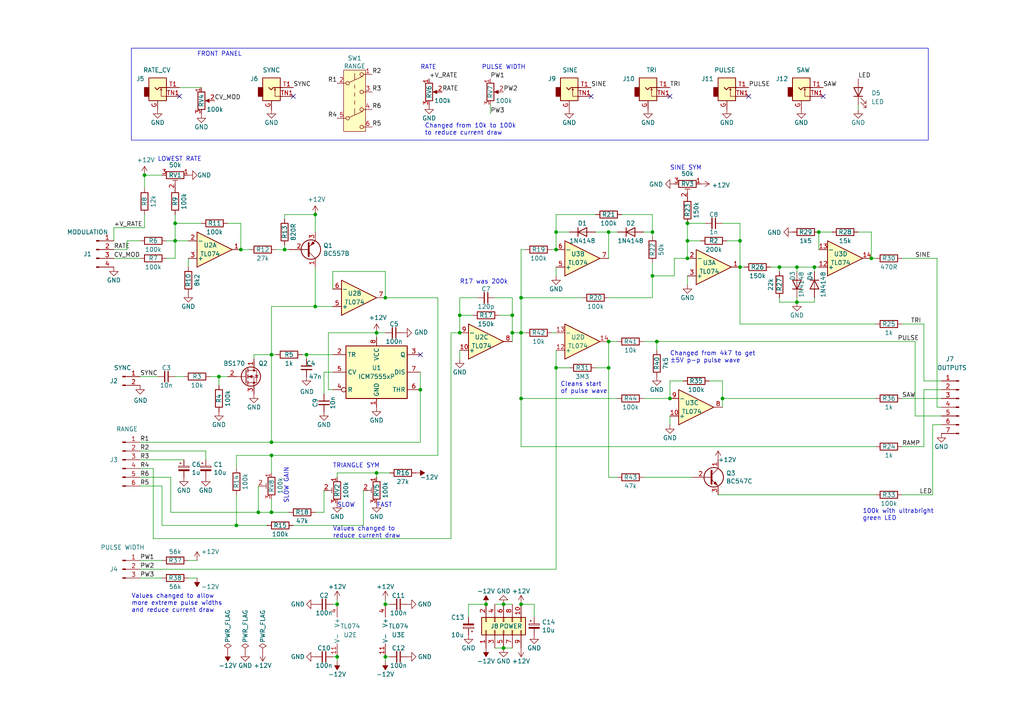
<source format=kicad_sch>
(kicad_sch (version 20230121) (generator eeschema)
  (paper "A4")
  (title_block (title "YuSynth LFO with sync") (date "2022-03-12") (comment 2 "(https://electro-music.com/forum/viewtopic.php?t=69587)") (comment 3 "Includes fix for adjustment of both FAST and SLOW sine/tri symmetry") (comment 4 "Resistor values changed (annotated), added R31 for clean Pulse switching at low frequency"))
  (lib_symbols
    (symbol "Amplifier_Operational:TL074" (pin_names (offset 0.127))
      (property "Reference" "U" (at 0 5.08 0))
      (property "Value" "TL074" (at 0 -5.08 0))
      (symbol "TL074_1_1"
        (pin output line (at 7.62 0 180) (length 2.54) (name "~") (number "1"))
        (pin input line (at -7.62 -2.54 0) (length 2.54) (name "-") (number "2"))
        (pin input line (at -7.62 2.54 0) (length 2.54) (name "+") (number "3"))
      )
      (symbol "TL074_2_1"
        (pin input line (at -7.62 2.54 0) (length 2.54) (name "+") (number "5"))
        (pin input line (at -7.62 -2.54 0) (length 2.54) (name "-") (number "6"))
        (pin output line (at 7.62 0 180) (length 2.54) (name "~") (number "7"))
      )
      (symbol "TL074_3_1"
        (pin input line (at -7.62 2.54 0) (length 2.54) (name "+") (number "10"))
        (pin output line (at 7.62 0 180) (length 2.54) (name "~") (number "8"))
        (pin input line (at -7.62 -2.54 0) (length 2.54) (name "-") (number "9"))
      )
      (symbol "TL074_4_1"
        (pin input line (at -7.62 2.54 0) (length 2.54) (name "+") (number "12"))
        (pin input line (at -7.62 -2.54 0) (length 2.54) (name "-") (number "13"))
        (pin output line (at 7.62 0 180) (length 2.54) (name "~") (number "14"))
      )
      (symbol "TL074_5_1"
        (pin power_in line (at -2.54 -7.62 90) (length 3.81) (name "V-") (number "11"))
        (pin power_in line (at -2.54 7.62 270) (length 3.81) (name "V+") (number "4"))
      )
    )
    (symbol "CGE_symbols:AudioJack_Ground_Switch"
      (property "Reference" "J" (at -0.762 6.35 0))
      (property "Value" "AudioJack_Ground_Switch" (at -0.762 4.318 0))
      (symbol "AudioJack_Ground_Switch_1_1"
        (pin passive line (at -1.27 -6.35 90) (length 2.54) (name "~") (number "G"))
        (pin passive line (at 5.08 0 180) (length 3.81) (name "~") (number "T1"))
        (pin passive line (at 5.08 -2.54 180) (length 3.81) (name "~") (number "TN1"))
      )
    )
    (symbol "Connector_Generic:Conn_02x05_Odd_Even" (pin_names (offset 1.016) hide)
      (property "Reference" "J" (at 1.27 7.62 0))
      (property "Value" "Conn_02x05_Odd_Even" (at 1.27 -7.62 0))
      (symbol "Conn_02x05_Odd_Even_1_1"
        (pin passive line (at -5.08 5.08 0) (length 3.81) (name "Pin_1") (number "1"))
        (pin passive line (at 7.62 -5.08 180) (length 3.81) (name "Pin_10") (number "10"))
        (pin passive line (at 7.62 5.08 180) (length 3.81) (name "Pin_2") (number "2"))
        (pin passive line (at -5.08 2.54 0) (length 3.81) (name "Pin_3") (number "3"))
        (pin passive line (at 7.62 2.54 180) (length 3.81) (name "Pin_4") (number "4"))
        (pin passive line (at -5.08 0 0) (length 3.81) (name "Pin_5") (number "5"))
        (pin passive line (at 7.62 0 180) (length 3.81) (name "Pin_6") (number "6"))
        (pin passive line (at -5.08 -2.54 0) (length 3.81) (name "Pin_7") (number "7"))
        (pin passive line (at 7.62 -2.54 180) (length 3.81) (name "Pin_8") (number "8"))
        (pin passive line (at -5.08 -5.08 0) (length 3.81) (name "Pin_9") (number "9"))
      )
    )
    (symbol "Device:C_Small" (pin_numbers hide) (pin_names (offset 0.254) hide)
      (property "Reference" "C" (at 0.254 1.778 0))
      (property "Value" "C_Small" (at 0.254 -2.032 0))
      (symbol "C_Small_1_1"
        (pin passive line (at 0 2.54 270) (length 2.032) (name "~") (number "1"))
        (pin passive line (at 0 -2.54 90) (length 2.032) (name "~") (number "2"))
      )
    )
    (symbol "Device:LED" (pin_numbers hide) (pin_names (offset 1.016) hide)
      (property "Reference" "D" (at 0 2.54 0))
      (property "Value" "LED" (at 0 -2.54 0))
      (symbol "LED_1_1"
        (pin passive line (at -3.81 0 0) (length 2.54) (name "K") (number "1"))
        (pin passive line (at 3.81 0 180) (length 2.54) (name "A") (number "2"))
      )
    )
    (symbol "Device:R" (pin_numbers hide) (pin_names (offset 0))
      (property "Reference" "R" (at 2.032 0 90))
      (property "Value" "R" (at 0 0 90))
      (symbol "R_1_1"
        (pin passive line (at 0 3.81 270) (length 1.27) (name "~") (number "1"))
        (pin passive line (at 0 -3.81 90) (length 1.27) (name "~") (number "2"))
      )
    )
    (symbol "Diode:1N4148" (pin_numbers hide) (pin_names hide)
      (property "Reference" "D" (at 0 2.54 0))
      (property "Value" "1N4148" (at 0 -2.54 0))
      (symbol "1N4148_1_1"
        (pin passive line (at -3.81 0 0) (length 2.54) (name "K") (number "1"))
        (pin passive line (at 3.81 0 180) (length 2.54) (name "A") (number "2"))
      )
    )
    (symbol "LFO_sync-rescue:CP_Small-Device" (pin_numbers hide) (pin_names (offset 0.254) hide)
      (property "Reference" "C" (at 0.254 1.778 0))
      (property "Value" "Device_CP_Small" (at 0.254 -2.032 0))
      (symbol "CP_Small-Device_1_1"
        (pin passive line (at 0 2.54 270) (length 1.8542) (name "~") (number "1"))
        (pin passive line (at 0 -2.54 90) (length 1.8542) (name "~") (number "2"))
      )
    )
    (symbol "LFO_sync-rescue:Conn_01x02_Male-Connector" (pin_names (offset 1.016) hide)
      (property "Reference" "J" (at 0 2.54 0))
      (property "Value" "Connector_Conn_01x02_Male" (at 0 -5.08 0))
      (symbol "Conn_01x02_Male-Connector_1_1"
        (pin passive line (at 5.08 0 180) (length 3.81) (name "Pin_1") (number "1"))
        (pin passive line (at 5.08 -2.54 180) (length 3.81) (name "Pin_2") (number "2"))
      )
    )
    (symbol "LFO_sync-rescue:Conn_01x03_Male-Connector" (pin_names (offset 1.016) hide)
      (property "Reference" "J" (at 0 5.08 0))
      (property "Value" "Connector_Conn_01x03_Male" (at 0 -5.08 0))
      (symbol "Conn_01x03_Male-Connector_1_1"
        (pin passive line (at 5.08 2.54 180) (length 3.81) (name "Pin_1") (number "1"))
        (pin passive line (at 5.08 0 180) (length 3.81) (name "Pin_2") (number "2"))
        (pin passive line (at 5.08 -2.54 180) (length 3.81) (name "Pin_3") (number "3"))
      )
    )
    (symbol "LFO_sync-rescue:Conn_01x04_Male-Connector" (pin_names (offset 1.016) hide)
      (property "Reference" "J" (at 0 5.08 0))
      (property "Value" "Connector_Conn_01x04_Male" (at 0 -7.62 0))
      (symbol "Conn_01x04_Male-Connector_1_1"
        (pin passive line (at 5.08 2.54 180) (length 3.81) (name "Pin_1") (number "1"))
        (pin passive line (at 5.08 0 180) (length 3.81) (name "Pin_2") (number "2"))
        (pin passive line (at 5.08 -2.54 180) (length 3.81) (name "Pin_3") (number "3"))
        (pin passive line (at 5.08 -5.08 180) (length 3.81) (name "Pin_4") (number "4"))
      )
    )
    (symbol "LFO_sync-rescue:Conn_01x06_Male-Connector" (pin_names (offset 1.016) hide)
      (property "Reference" "J" (at 0 7.62 0))
      (property "Value" "Connector_Conn_01x06_Male" (at 0 -10.16 0))
      (symbol "Conn_01x06_Male-Connector_1_1"
        (pin passive line (at 5.08 5.08 180) (length 3.81) (name "Pin_1") (number "1"))
        (pin passive line (at 5.08 2.54 180) (length 3.81) (name "Pin_2") (number "2"))
        (pin passive line (at 5.08 0 180) (length 3.81) (name "Pin_3") (number "3"))
        (pin passive line (at 5.08 -2.54 180) (length 3.81) (name "Pin_4") (number "4"))
        (pin passive line (at 5.08 -5.08 180) (length 3.81) (name "Pin_5") (number "5"))
        (pin passive line (at 5.08 -7.62 180) (length 3.81) (name "Pin_6") (number "6"))
      )
    )
    (symbol "LFO_sync-rescue:Conn_01x07_Male-Connector" (pin_names (offset 1.016) hide)
      (property "Reference" "J" (at 0 10.16 0))
      (property "Value" "Connector_Conn_01x07_Male" (at 0 -10.16 0))
      (symbol "Conn_01x07_Male-Connector_1_1"
        (pin passive line (at 5.08 7.62 180) (length 3.81) (name "Pin_1") (number "1"))
        (pin passive line (at 5.08 5.08 180) (length 3.81) (name "Pin_2") (number "2"))
        (pin passive line (at 5.08 2.54 180) (length 3.81) (name "Pin_3") (number "3"))
        (pin passive line (at 5.08 0 180) (length 3.81) (name "Pin_4") (number "4"))
        (pin passive line (at 5.08 -2.54 180) (length 3.81) (name "Pin_5") (number "5"))
        (pin passive line (at 5.08 -5.08 180) (length 3.81) (name "Pin_6") (number "6"))
        (pin passive line (at 5.08 -7.62 180) (length 3.81) (name "Pin_7") (number "7"))
      )
    )
    (symbol "LFO_sync-rescue:R_POT-Device" (pin_names (offset 1.016) hide)
      (property "Reference" "RV" (at -4.445 0 90))
      (property "Value" "Device_R_POT" (at -2.54 0 90))
      (symbol "R_POT-Device_1_1"
        (pin passive line (at 0 3.81 270) (length 1.27) (name "1") (number "1"))
        (pin passive line (at 3.81 0 180) (length 1.27) (name "2") (number "2"))
        (pin passive line (at 0 -3.81 90) (length 1.27) (name "3") (number "3"))
      )
    )
    (symbol "LFO_sync-rescue:R_POT_TRIM-Device" (pin_names (offset 1.016) hide)
      (property "Reference" "RV" (at -4.445 0 90))
      (property "Value" "Device_R_POT_TRIM" (at -2.54 0 90))
      (symbol "R_POT_TRIM-Device_1_1"
        (pin passive line (at 0 3.81 270) (length 1.27) (name "1") (number "1"))
        (pin passive line (at 3.81 0 180) (length 1.27) (name "2") (number "2"))
        (pin passive line (at 0 -3.81 90) (length 1.27) (name "3") (number "3"))
      )
    )
    (symbol "Switch:SW_Push_DPDT" (pin_names (offset 0) hide)
      (property "Reference" "SW" (at 0 10.16 0))
      (property "Value" "SW_Push_DPDT" (at 0 -10.16 0))
      (symbol "SW_Push_DPDT_1_1"
        (pin passive line (at 5.08 7.62 180) (length 2.54) (name "A") (number "1"))
        (pin passive line (at -5.08 5.08 0) (length 2.54) (name "B") (number "2"))
        (pin passive line (at 5.08 2.54 180) (length 2.54) (name "C") (number "3"))
        (pin passive line (at 5.08 -2.54 180) (length 2.54) (name "A") (number "4"))
        (pin passive line (at -5.08 -5.08 0) (length 2.54) (name "B") (number "5"))
        (pin passive line (at 5.08 -7.62 180) (length 2.54) (name "C") (number "6"))
      )
    )
    (symbol "Timer:ICM7555xP"
      (property "Reference" "U" (at -10.16 8.89 0))
      (property "Value" "ICM7555xP" (at 2.54 8.89 0))
      (symbol "ICM7555xP_0_0"
        (pin power_in line (at 0 -10.16 90) (length 2.54) (name "GND") (number "1"))
        (pin power_in line (at 0 10.16 270) (length 2.54) (name "VCC") (number "8"))
      )
      (symbol "ICM7555xP_1_1"
        (pin input line (at -12.7 5.08 0) (length 3.81) (name "TR") (number "2"))
        (pin output line (at 12.7 5.08 180) (length 3.81) (name "Q") (number "3"))
        (pin input inverted (at -12.7 -5.08 0) (length 3.81) (name "R") (number "4"))
        (pin input line (at -12.7 0 0) (length 3.81) (name "CV") (number "5"))
        (pin input line (at 12.7 -5.08 180) (length 3.81) (name "THR") (number "6"))
        (pin input line (at 12.7 0 180) (length 3.81) (name "DIS") (number "7"))
      )
    )
    (symbol "Transistor_BJT:BC547" (pin_names (offset 0) hide)
      (property "Reference" "Q" (at 5.08 1.905 0))
      (property "Value" "BC547" (at 5.08 0 0))
      (symbol "BC547_1_1"
        (pin passive line (at 2.54 5.08 270) (length 2.54) (name "C") (number "1"))
        (pin input line (at -5.08 0 0) (length 5.08) (name "B") (number "2"))
        (pin passive line (at 2.54 -5.08 90) (length 2.54) (name "E") (number "3"))
      )
    )
    (symbol "Transistor_BJT:BC557" (pin_names (offset 0) hide)
      (property "Reference" "Q" (at 5.08 1.905 0))
      (property "Value" "BC557" (at 5.08 0 0))
      (symbol "BC557_1_1"
        (pin passive line (at 2.54 5.08 270) (length 2.54) (name "C") (number "1"))
        (pin input line (at -5.08 0 0) (length 5.715) (name "B") (number "2"))
        (pin passive line (at 2.54 -5.08 90) (length 2.54) (name "E") (number "3"))
      )
    )
    (symbol "Transistor_FET:BS170" (pin_names hide)
      (property "Reference" "Q" (at 5.08 1.905 0))
      (property "Value" "BS170" (at 5.08 0 0))
      (symbol "BS170_1_1"
        (pin passive line (at 2.54 5.08 270) (length 2.54) (name "D") (number "1"))
        (pin input line (at -5.08 0 0) (length 2.54) (name "G") (number "2"))
        (pin passive line (at 2.54 -5.08 90) (length 2.54) (name "S") (number "3"))
      )
    )
    (symbol "power:+12V" (power) (pin_names (offset 0))
      (property "Value" "+12V" (at 0 3.556 0))
      (symbol "+12V_1_1"
        (pin power_in line (at 0 0 90) (length 0) hide (name "+12V") (number "1"))
      )
    )
    (symbol "power:-12V" (power) (pin_names (offset 0))
      (property "Value" "-12V" (at 0 3.81 0))
      (symbol "-12V_0_0"
        (pin power_in line (at 0 0 90) (length 0) hide (name "-12V") (number "1"))
      )
    )
    (symbol "power:GND" (power) (pin_names (offset 0))
      (property "Value" "GND" (at 0 -3.81 0))
      (symbol "GND_1_1"
        (pin power_in line (at 0 0 270) (length 0) hide (name "GND") (number "1"))
      )
    )
    (symbol "power:PWR_FLAG" (power) (pin_numbers hide) (pin_names (offset 0) hide)
      (property "Value" "PWR_FLAG" (at 0 3.81 0))
      (symbol "PWR_FLAG_0_0"
        (pin power_out line (at 0 0 90) (length 0) (name "pwr") (number "1"))
      )
    )
  )
  (junction (at 109.22 137.16))
  (junction (at 74.93 148.59))
  (junction (at 176.53 67.31))
  (junction (at 140.97 175.26))
  (junction (at 69.85 72.39))
  (junction (at 146.05 175.26))
  (junction (at 91.44 62.23))
  (junction (at 50.8 64.77))
  (junction (at 236.22 77.47))
  (junction (at 50.8 69.85))
  (junction (at 148.59 91.44))
  (junction (at 194.31 115.57))
  (junction (at 78.74 132.08))
  (junction (at 189.23 80.01))
  (junction (at 231.14 77.47))
  (junction (at 176.53 106.68))
  (junction (at 68.58 152.4))
  (junction (at 97.79 175.26))
  (junction (at 161.29 72.39))
  (junction (at 199.39 69.85))
  (junction (at 82.55 72.39))
  (junction (at 111.76 190.5))
  (junction (at 41.91 50.8))
  (junction (at 190.5 99.06))
  (junction (at 231.14 87.63))
  (junction (at 133.35 96.52))
  (junction (at 214.63 77.47))
  (junction (at 63.5 109.22))
  (junction (at 109.22 96.52))
  (junction (at 199.39 74.93))
  (junction (at 97.79 190.5))
  (junction (at 148.59 96.52))
  (junction (at 91.44 88.9))
  (junction (at 151.13 86.36))
  (junction (at 226.06 77.47))
  (junction (at 199.39 64.77))
  (junction (at 237.49 67.31))
  (junction (at 151.13 115.57))
  (junction (at 252.73 74.93))
  (junction (at 121.92 113.03))
  (junction (at 78.74 102.87))
  (junction (at 214.63 69.85))
  (junction (at 176.53 99.06))
  (junction (at 151.13 175.26))
  (junction (at 146.05 187.96))
  (junction (at 161.29 106.68))
  (junction (at 133.35 91.44))
  (junction (at 88.9 102.87))
  (junction (at 189.23 67.31))
  (junction (at 161.29 67.31))
  (junction (at 78.74 128.27))
  (junction (at 209.55 115.57))
  (junction (at 78.74 148.59))
  (junction (at 151.13 96.52))
  (junction (at 111.76 86.36))
  (junction (at 111.76 175.26))
  (no_connect (at 217.17 27.94))
  (no_connect (at 194.31 27.94))
  (no_connect (at 85.09 27.94))
  (no_connect (at 238.76 27.94))
  (no_connect (at 52.07 27.94))
  (no_connect (at 171.45 27.94))
  (no_connect (at 121.92 102.87))
  (wire (pts (xy 252.73 67.31) (xy 252.73 74.93)))
  (wire (pts (xy 267.97 110.49) (xy 273.05 110.49)))
  (wire (pts (xy 82.55 72.39) (xy 83.82 72.39)))
  (wire (pts (xy 74.93 140.97) (xy 74.93 148.59)))
  (wire (pts (xy 271.78 118.11) (xy 273.05 118.11)))
  (wire (pts (xy 231.14 87.63) (xy 226.06 87.63)))
  (wire (pts (xy 137.16 91.44) (xy 133.35 91.44)))
  (wire (pts (xy 54.61 77.47) (xy 54.61 74.93)))
  (wire (pts (xy 85.09 152.4) (xy 105.41 152.4)))
  (wire (pts (xy 226.06 87.63) (xy 226.06 86.36)))
  (wire (pts (xy 151.13 129.54) (xy 254 129.54)))
  (wire (pts (xy 91.44 62.23) (xy 91.44 67.31)))
  (wire (pts (xy 111.76 191.77) (xy 111.76 190.5)))
  (wire (pts (xy 50.8 69.85) (xy 50.8 74.93)))
  (wire (pts (xy 176.53 99.06) (xy 179.07 99.06)))
  (wire (pts (xy 271.78 74.93) (xy 271.78 118.11)))
  (wire (pts (xy 214.63 77.47) (xy 214.63 93.98)))
  (wire (pts (xy 194.31 120.65) (xy 194.31 123.19)))
  (wire (pts (xy 189.23 68.58) (xy 189.23 67.31)))
  (wire (pts (xy 80.01 72.39) (xy 82.55 72.39)))
  (wire (pts (xy 248.92 67.31) (xy 252.73 67.31)))
  (wire (pts (xy 58.42 64.77) (xy 50.8 64.77)))
  (wire (pts (xy 165.1 67.31) (xy 161.29 67.31)))
  (wire (pts (xy 267.97 93.98) (xy 261.62 93.98)))
  (wire (pts (xy 148.59 91.44) (xy 148.59 96.52)))
  (wire (pts (xy 82.55 62.23) (xy 91.44 62.23)))
  (wire (pts (xy 143.51 175.26) (xy 146.05 175.26)))
  (wire (pts (xy 186.69 138.43) (xy 200.66 138.43)))
  (wire (pts (xy 133.35 91.44) (xy 133.35 96.52)))
  (wire (pts (xy 105.41 152.4) (xy 105.41 142.24)))
  (wire (pts (xy 52.07 25.4) (xy 58.42 25.4)))
  (wire (pts (xy 97.79 173.99) (xy 97.79 175.26)))
  (wire (pts (xy 152.4 72.39) (xy 151.13 72.39)))
  (wire (pts (xy 133.35 86.36) (xy 133.35 91.44)))
  (wire (pts (xy 237.49 77.47) (xy 236.22 77.47)))
  (wire (pts (xy 40.64 138.43) (xy 49.53 138.43)))
  (wire (pts (xy 41.91 66.04) (xy 33.02 66.04)))
  (wire (pts (xy 121.92 128.27) (xy 78.74 128.27)))
  (wire (pts (xy 189.23 62.23) (xy 189.23 67.31)))
  (wire (pts (xy 261.62 129.54) (xy 267.97 129.54)))
  (wire (pts (xy 69.85 72.39) (xy 72.39 72.39)))
  (wire (pts (xy 96.52 83.82) (xy 96.52 78.74)))
  (wire (pts (xy 190.5 99.06) (xy 265.43 99.06)))
  (wire (pts (xy 73.66 102.87) (xy 73.66 104.14)))
  (wire (pts (xy 33.02 66.04) (xy 33.02 69.85)))
  (wire (pts (xy 50.8 109.22) (xy 53.34 109.22)))
  (wire (pts (xy 151.13 115.57) (xy 151.13 129.54)))
  (wire (pts (xy 265.43 99.06) (xy 265.43 120.65)))
  (wire (pts (xy 180.34 62.23) (xy 189.23 62.23)))
  (wire (pts (xy 151.13 86.36) (xy 151.13 96.52)))
  (wire (pts (xy 130.81 96.52) (xy 133.35 96.52)))
  (wire (pts (xy 40.64 130.81) (xy 59.69 130.81)))
  (wire (pts (xy 172.72 62.23) (xy 161.29 62.23)))
  (wire (pts (xy 265.43 120.65) (xy 273.05 120.65)))
  (wire (pts (xy 189.23 86.36) (xy 176.53 86.36)))
  (wire (pts (xy 236.22 87.63) (xy 236.22 86.36)))
  (wire (pts (xy 78.74 144.78) (xy 78.74 148.59)))
  (wire (pts (xy 199.39 69.85) (xy 199.39 74.93)))
  (wire (pts (xy 210.82 69.85) (xy 214.63 69.85)))
  (wire (pts (xy 44.45 156.21) (xy 44.45 135.89)))
  (wire (pts (xy 40.64 140.97) (xy 46.99 140.97)))
  (wire (pts (xy 93.98 107.95) (xy 96.52 107.95)))
  (wire (pts (xy 261.62 115.57) (xy 273.05 115.57)))
  (wire (pts (xy 91.44 77.47) (xy 91.44 88.9)))
  (wire (pts (xy 267.97 113.03) (xy 273.05 113.03)))
  (wire (pts (xy 41.91 50.8) (xy 46.99 50.8)))
  (wire (pts (xy 40.64 69.85) (xy 36.83 69.85)))
  (wire (pts (xy 190.5 99.06) (xy 190.5 101.6)))
  (wire (pts (xy 161.29 77.47) (xy 161.29 80.01)))
  (wire (pts (xy 186.69 115.57) (xy 194.31 115.57)))
  (wire (pts (xy 93.98 107.95) (xy 93.98 114.3)))
  (wire (pts (xy 97.79 191.77) (xy 97.79 190.5)))
  (wire (pts (xy 254 74.93) (xy 252.73 74.93)))
  (wire (pts (xy 36.83 72.39) (xy 33.02 72.39)))
  (wire (pts (xy 261.62 143.51) (xy 270.51 143.51)))
  (wire (pts (xy 95.25 96.52) (xy 109.22 96.52)))
  (wire (pts (xy 57.15 162.56) (xy 54.61 162.56)))
  (wire (pts (xy 223.52 77.47) (xy 226.06 77.47)))
  (wire (pts (xy 40.64 74.93) (xy 33.02 74.93)))
  (wire (pts (xy 87.63 102.87) (xy 88.9 102.87)))
  (wire (pts (xy 215.9 77.47) (xy 214.63 77.47)))
  (wire (pts (xy 88.9 102.87) (xy 88.9 104.14)))
  (wire (pts (xy 160.02 96.52) (xy 161.29 96.52)))
  (wire (pts (xy 161.29 62.23) (xy 161.29 67.31)))
  (wire (pts (xy 208.28 143.51) (xy 254 143.51)))
  (wire (pts (xy 68.58 132.08) (xy 78.74 132.08)))
  (wire (pts (xy 46.99 140.97) (xy 46.99 152.4)))
  (wire (pts (xy 63.5 109.22) (xy 63.5 111.76)))
  (wire (pts (xy 142.24 33.02) (xy 142.24 30.48)))
  (wire (pts (xy 209.55 110.49) (xy 209.55 115.57)))
  (wire (pts (xy 74.93 148.59) (xy 78.74 148.59)))
  (wire (pts (xy 49.53 148.59) (xy 74.93 148.59)))
  (wire (pts (xy 186.69 99.06) (xy 190.5 99.06)))
  (wire (pts (xy 68.58 143.51) (xy 68.58 152.4)))
  (wire (pts (xy 209.55 115.57) (xy 254 115.57)))
  (wire (pts (xy 82.55 71.12) (xy 82.55 72.39)))
  (wire (pts (xy 78.74 102.87) (xy 73.66 102.87)))
  (wire (pts (xy 214.63 93.98) (xy 254 93.98)))
  (wire (pts (xy 130.81 156.21) (xy 44.45 156.21)))
  (wire (pts (xy 143.51 86.36) (xy 148.59 86.36)))
  (wire (pts (xy 151.13 175.26) (xy 154.94 175.26)))
  (wire (pts (xy 41.91 62.23) (xy 41.91 66.04)))
  (wire (pts (xy 151.13 96.52) (xy 148.59 96.52)))
  (wire (pts (xy 161.29 106.68) (xy 161.29 165.1)))
  (wire (pts (xy 109.22 137.16) (xy 113.03 137.16)))
  (wire (pts (xy 176.53 106.68) (xy 176.53 138.43)))
  (wire (pts (xy 78.74 148.59) (xy 83.82 148.59)))
  (wire (pts (xy 48.26 69.85) (xy 50.8 69.85)))
  (wire (pts (xy 91.44 88.9) (xy 96.52 88.9)))
  (wire (pts (xy 146.05 187.96) (xy 148.59 187.96)))
  (wire (pts (xy 91.44 88.9) (xy 78.74 88.9)))
  (wire (pts (xy 111.76 86.36) (xy 127 86.36)))
  (wire (pts (xy 91.44 148.59) (xy 93.98 148.59)))
  (wire (pts (xy 267.97 93.98) (xy 267.97 110.49)))
  (wire (pts (xy 66.04 64.77) (xy 69.85 64.77)))
  (wire (pts (xy 194.31 110.49) (xy 194.31 115.57)))
  (wire (pts (xy 199.39 64.77) (xy 199.39 69.85)))
  (wire (pts (xy 50.8 62.23) (xy 50.8 64.77)))
  (wire (pts (xy 236.22 77.47) (xy 231.14 77.47)))
  (wire (pts (xy 95.25 113.03) (xy 95.25 96.52)))
  (wire (pts (xy 146.05 175.26) (xy 148.59 175.26)))
  (wire (pts (xy 236.22 78.74) (xy 236.22 77.47)))
  (wire (pts (xy 144.78 91.44) (xy 148.59 91.44)))
  (wire (pts (xy 237.49 67.31) (xy 237.49 72.39)))
  (wire (pts (xy 133.35 101.6) (xy 133.35 104.14)))
  (wire (pts (xy 36.83 69.85) (xy 36.83 72.39)))
  (wire (pts (xy 111.76 96.52) (xy 109.22 96.52)))
  (wire (pts (xy 78.74 88.9) (xy 78.74 102.87)))
  (wire (pts (xy 199.39 80.01) (xy 199.39 82.55)))
  (wire (pts (xy 168.91 86.36) (xy 151.13 86.36)))
  (wire (pts (xy 121.92 113.03) (xy 121.92 128.27)))
  (wire (pts (xy 93.98 148.59) (xy 93.98 142.24)))
  (wire (pts (xy 78.74 132.08) (xy 127 132.08)))
  (wire (pts (xy 57.15 167.64) (xy 54.61 167.64)))
  (wire (pts (xy 49.53 138.43) (xy 49.53 148.59)))
  (wire (pts (xy 121.92 107.95) (xy 121.92 113.03)))
  (wire (pts (xy 161.29 106.68) (xy 161.29 101.6)))
  (wire (pts (xy 189.23 80.01) (xy 195.58 80.01)))
  (wire (pts (xy 50.8 64.77) (xy 50.8 69.85)))
  (wire (pts (xy 59.69 130.81) (xy 59.69 133.35)))
  (wire (pts (xy 96.52 190.5) (xy 97.79 190.5)))
  (wire (pts (xy 135.89 175.26) (xy 135.89 179.07)))
  (wire (pts (xy 80.01 102.87) (xy 78.74 102.87)))
  (wire (pts (xy 66.04 109.22) (xy 63.5 109.22)))
  (wire (pts (xy 97.79 137.16) (xy 109.22 137.16)))
  (wire (pts (xy 161.29 72.39) (xy 160.02 72.39)))
  (wire (pts (xy 261.62 74.93) (xy 271.78 74.93)))
  (wire (pts (xy 40.64 167.64) (xy 46.99 167.64)))
  (wire (pts (xy 209.55 64.77) (xy 214.63 64.77)))
  (wire (pts (xy 176.53 99.06) (xy 176.53 106.68)))
  (wire (pts (xy 40.64 133.35) (xy 53.34 133.35)))
  (wire (pts (xy 68.58 152.4) (xy 77.47 152.4)))
  (wire (pts (xy 154.94 175.26) (xy 154.94 179.07)))
  (wire (pts (xy 96.52 175.26) (xy 97.79 175.26)))
  (wire (pts (xy 68.58 132.08) (xy 68.58 135.89)))
  (wire (pts (xy 130.81 96.52) (xy 130.81 156.21)))
  (wire (pts (xy 78.74 128.27) (xy 40.64 128.27)))
  (wire (pts (xy 109.22 96.52) (xy 109.22 97.79)))
  (wire (pts (xy 140.97 175.26) (xy 135.89 175.26)))
  (wire (pts (xy 111.76 173.99) (xy 111.76 175.26)))
  (wire (pts (xy 78.74 102.87) (xy 78.74 128.27)))
  (wire (pts (xy 50.8 74.93) (xy 48.26 74.93)))
  (wire (pts (xy 151.13 72.39) (xy 151.13 86.36)))
  (wire (pts (xy 172.72 106.68) (xy 176.53 106.68)))
  (wire (pts (xy 195.58 80.01) (xy 195.58 74.93)))
  (wire (pts (xy 46.99 152.4) (xy 68.58 152.4)))
  (wire (pts (xy 231.14 87.63) (xy 231.14 86.36)))
  (wire (pts (xy 231.14 77.47) (xy 226.06 77.47)))
  (wire (pts (xy 226.06 77.47) (xy 226.06 78.74)))
  (wire (pts (xy 151.13 115.57) (xy 179.07 115.57)))
  (wire (pts (xy 214.63 69.85) (xy 214.63 77.47)))
  (wire (pts (xy 270.51 123.19) (xy 273.05 123.19)))
  (wire (pts (xy 152.4 96.52) (xy 151.13 96.52)))
  (wire (pts (xy 96.52 113.03) (xy 95.25 113.03)))
  (wire (pts (xy 40.64 162.56) (xy 46.99 162.56)))
  (wire (pts (xy 50.8 69.85) (xy 54.61 69.85)))
  (wire (pts (xy 189.23 80.01) (xy 189.23 86.36)))
  (wire (pts (xy 270.51 143.51) (xy 270.51 123.19)))
  (wire (pts (xy 111.76 78.74) (xy 111.76 86.36)))
  (wire (pts (xy 179.07 67.31) (xy 176.53 67.31)))
  (wire (pts (xy 78.74 132.08) (xy 78.74 137.16)))
  (wire (pts (xy 236.22 87.63) (xy 231.14 87.63)))
  (wire (pts (xy 97.79 138.43) (xy 97.79 137.16)))
  (wire (pts (xy 248.92 30.48) (xy 248.92 31.75)))
  (wire (pts (xy 143.51 187.96) (xy 146.05 187.96)))
  (wire (pts (xy 40.64 109.22) (xy 45.72 109.22)))
  (wire (pts (xy 186.69 67.31) (xy 189.23 67.31)))
  (wire (pts (xy 204.47 64.77) (xy 199.39 64.77)))
  (wire (pts (xy 44.45 135.89) (xy 40.64 135.89)))
  (wire (pts (xy 205.74 110.49) (xy 209.55 110.49)))
  (wire (pts (xy 198.12 110.49) (xy 194.31 110.49)))
  (wire (pts (xy 148.59 86.36) (xy 148.59 91.44)))
  (wire (pts (xy 60.96 109.22) (xy 63.5 109.22)))
  (wire (pts (xy 40.64 165.1) (xy 161.29 165.1)))
  (wire (pts (xy 148.59 96.52) (xy 148.59 99.06)))
  (wire (pts (xy 189.23 76.2) (xy 189.23 80.01)))
  (wire (pts (xy 209.55 115.57) (xy 209.55 118.11)))
  (wire (pts (xy 203.2 69.85) (xy 199.39 69.85)))
  (wire (pts (xy 214.63 64.77) (xy 214.63 69.85)))
  (wire (pts (xy 69.85 64.77) (xy 69.85 72.39)))
  (wire (pts (xy 161.29 106.68) (xy 165.1 106.68)))
  (wire (pts (xy 96.52 102.87) (xy 88.9 102.87)))
  (wire (pts (xy 267.97 129.54) (xy 267.97 113.03)))
  (wire (pts (xy 241.3 67.31) (xy 237.49 67.31)))
  (wire (pts (xy 41.91 50.8) (xy 41.91 54.61)))
  (wire (pts (xy 161.29 67.31) (xy 161.29 72.39)))
  (wire (pts (xy 109.22 138.43) (xy 109.22 137.16)))
  (wire (pts (xy 96.52 78.74) (xy 111.76 78.74)))
  (wire (pts (xy 151.13 96.52) (xy 151.13 115.57)))
  (wire (pts (xy 111.76 175.26) (xy 113.03 175.26)))
  (wire (pts (xy 127 86.36) (xy 127 132.08)))
  (wire (pts (xy 113.03 190.5) (xy 111.76 190.5)))
  (wire (pts (xy 82.55 63.5) (xy 82.55 62.23)))
  (wire (pts (xy 176.53 67.31) (xy 176.53 74.93)))
  (wire (pts (xy 231.14 78.74) (xy 231.14 77.47)))
  (wire (pts (xy 176.53 138.43) (xy 179.07 138.43)))
  (wire (pts (xy 138.43 86.36) (xy 133.35 86.36)))
  (wire (pts (xy 172.72 67.31) (xy 176.53 67.31)))
  (wire (pts (xy 195.58 74.93) (xy 199.39 74.93)))
  (rectangle (start 38.1 13.97) (end 269.24 40.64))
  (text "Values changed to\nreduce current draw" (at 96.52 156.21 0) (effects (font (size 1.27 1.27)) (justify left bottom)))
  (text "Changed from 10k to 100k\nto reduce current draw" (at 123.19 39.37 0) (effects (font (size 1.27 1.27)) (justify left bottom)))
  (text "TRIANGLE SYM" (at 96.52 135.89 0) (effects (font (size 1.27 1.27)) (justify left bottom)))
  (text "100k with ultrabright\ngreen LED" (at 250.19 151.13 0) (effects (font (size 1.27 1.27)) (justify left bottom)))
  (text "FAST" (at 109.22 147.32 0) (effects (font (size 1.27 1.27)) (justify left bottom)))
  (text "PULSE WIDTH" (at 139.7 20.32 0) (effects (font (size 1.27 1.27)) (justify left bottom)))
  (text "SLOW GAIN" (at 83.82 146.05 90) (effects (font (size 1.27 1.27)) (justify left bottom)))
  (text "SLOW" (at 97.79 147.32 0) (effects (font (size 1.27 1.27)) (justify left bottom)))
  (text "Values changed to allow\nmore extreme pulse widths\nand reduce current draw" (at 38.1 177.8 0) (effects (font (size 1.27 1.27)) (justify left bottom)))
  (text "FRONT PANEL" (at 57.15 16.51 0) (effects (font (size 1.27 1.27)) (justify left bottom)))
  (text "RATE" (at 121.92 20.32 0) (effects (font (size 1.27 1.27)) (justify left bottom)))
  (text "Cleans start\nof pulse wave" (at 162.56 114.3 0) (effects (font (size 1.27 1.27)) (justify left bottom)))
  (text "Changed from 4k7 to get\n±5V p-p pulse wave" (at 194.31 105.41 0) (effects (font (size 1.27 1.27)) (justify left bottom)))
  (text "R17 was 200k" (at 133.35 82.55 0) (effects (font (size 1.27 1.27)) (justify left bottom)))
  (text "SINE SYM" (at 194.31 49.53 0) (effects (font (size 1.27 1.27)) (justify left bottom)))
  (text "LOWEST RATE" (at 45.72 46.99 0) (effects (font (size 1.27 1.27)) (justify left bottom)))
  (label "TRI" (at 194.31 25.4 0))
  (label "PULSE" (at 260.35 99.06 0))
  (label "+V_RATE" (at 124.46 22.86 0))
  (label "R2" (at 40.64 130.81 0))
  (label "PW2" (at 40.64 165.1 0))
  (label "R1" (at 97.79 24.13 180))
  (label "PW2" (at 146.05 26.67 0))
  (label "SAW" (at 238.76 25.4 0))
  (label "R1" (at 40.64 128.27 0))
  (label "RAMP" (at 261.62 129.54 0))
  (label "R6" (at 40.64 138.43 0))
  (label "SINE" (at 265.43 74.93 0))
  (label "R3" (at 40.64 133.35 0))
  (label "RATE" (at 128.27 26.67 0))
  (label "PW3" (at 40.64 167.64 0))
  (label "PW1" (at 40.64 162.56 0))
  (label "CV_MOD" (at 33.02 74.93 0))
  (label "LED" (at 266.7 143.51 0))
  (label "R5" (at 40.64 140.97 0))
  (label "PULSE" (at 217.17 25.4 0))
  (label "TRI" (at 264.16 93.98 0))
  (label "SAW" (at 261.62 115.57 0))
  (label "R6" (at 107.95 31.75 0))
  (label "SYNC" (at 40.64 109.22 0))
  (label "CV_MOD" (at 62.23 29.21 0))
  (label "+V_RATE" (at 33.02 66.04 0))
  (label "LED" (at 248.92 22.86 0))
  (label "RATE" (at 33.02 72.39 0))
  (label "SYNC" (at 85.09 25.4 0))
  (label "PW3" (at 142.24 33.02 0))
  (label "R5" (at 107.95 36.83 0))
  (label "R2" (at 107.95 21.59 0))
  (label "R3" (at 107.95 26.67 0))
  (label "R4" (at 40.64 135.89 0))
  (label "SINE" (at 171.45 25.4 0))
  (label "PW1" (at 142.24 22.86 0))
  (label "R4" (at 97.79 34.29 180))
  (symbol (lib_id "Timer:ICM7555xP") (at 109.22 107.95 0) (unit 1)
    (property "Reference" "U1" (at 109.22 106.68 0))
    (property "Value" "ICM7555xP" (at 109.22 109.22 0))
    (property "Footprint" "Package_DIP:DIP-8_W7.62mm_Socket" (effects hide))
    (property "Datasheet" "http://www.intersil.com/content/dam/Intersil/documents/icm7/icm7555-56.pdf" (effects hide))
  )
  (symbol (lib_id "Amplifier_Operational:TL074") (at 62.23 72.39 0) (mirror x) (unit 1)
    (property "Reference" "U2" (at 60.96 71.12 0))
    (property "Value" "TL074" (at 60.96 73.66 0))
    (property "Footprint" "Package_DIP:DIP-14_W7.62mm_Socket" (effects hide))
    (property "Datasheet" "http://www.ti.com/lit/ds/symlink/tl071.pdf" (effects hide))
  )
  (symbol (lib_id "Device:R") (at 62.23 64.77 270) (unit 1)
    (property "Reference" "R11" (at 62.23 64.77 90))
    (property "Value" "100k" (at 62.23 67.31 90))
    (property "Footprint" "Resistor_THT:R_Axial_DIN0204_L3.6mm_D1.6mm_P7.62mm_Horizontal" (effects hide))
  )
  (symbol (lib_id "Device:R") (at 44.45 69.85 270) (unit 1)
    (property "Reference" "R6" (at 44.45 69.85 90))
    (property "Value" "100k" (at 44.45 72.39 90))
    (property "Footprint" "Resistor_THT:R_Axial_DIN0204_L3.6mm_D1.6mm_P7.62mm_Horizontal" (effects hide))
  )
  (symbol (lib_id "Device:R") (at 44.45 74.93 270) (unit 1)
    (property "Reference" "R7" (at 44.45 74.93 90))
    (property "Value" "100k" (at 44.45 77.47 90))
    (property "Footprint" "Resistor_THT:R_Axial_DIN0204_L3.6mm_D1.6mm_P7.62mm_Horizontal" (effects hide))
  )
  (symbol (lib_id "LFO_sync-rescue:R_POT_TRIM-Device") (at 50.8 50.8 270) (unit 1)
    (property "Reference" "RV1" (at 50.8 50.8 90))
    (property "Value" "50k" (at 50.8 47.8536 90))
    (property "Footprint" "Potentiometer_THT:Potentiometer_Bourns_3296W_Vertical" (effects hide))
  )
  (symbol (lib_id "power:GND") (at 54.61 85.09 0) (unit 1)
    (property "Reference" "#PWR08" (effects hide))
    (property "Value" "GND" (at 54.61 88.9 0))
  )
  (symbol (lib_id "power:GND") (at 54.61 50.8 90) (unit 1)
    (property "Reference" "#PWR07" (effects hide))
    (property "Value" "GND" (at 57.15 50.8 90) (effects (justify right)))
  )
  (symbol (lib_id "power:+12V") (at 41.91 50.8 0) (unit 1)
    (property "Reference" "#PWR04" (effects hide))
    (property "Value" "+12V" (at 42.291 46.4058 0))
  )
  (symbol (lib_id "LFO_sync-rescue:Conn_01x04_Male-Connector") (at 27.94 72.39 0) (unit 1)
    (property "Reference" "J1" (at 25.4 73.66 0))
    (property "Value" "MODULATION" (at 25.4 67.31 0))
    (property "Footprint" "Connector_PinHeader_2.54mm:PinHeader_1x04_P2.54mm_Vertical" (effects hide))
  )
  (symbol (lib_id "power:GND") (at 33.02 77.47 0) (unit 1)
    (property "Reference" "#PWR02" (effects hide))
    (property "Value" "GND" (at 33.02 81.28 0))
  )
  (symbol (lib_id "LFO_sync-rescue:R_POT-Device") (at 124.46 26.67 0) (unit 1)
    (property "Reference" "RV6" (at 124.46 26.67 90))
    (property "Value" "100k" (at 130.81 29.21 0) (effects (justify right)))
  )
  (symbol (lib_id "power:GND") (at 124.46 30.48 0) (unit 1)
    (property "Reference" "#PWR01" (effects hide))
    (property "Value" "GND" (at 124.46 34.29 0))
  )
  (symbol (lib_id "LFO_sync-rescue:R_POT-Device") (at 58.42 29.21 0) (unit 1)
    (property "Reference" "RV4" (at 58.42 29.21 90))
    (property "Value" "100k" (at 64.77 31.75 0) (effects (justify right)))
  )
  (symbol (lib_id "power:GND") (at 58.42 33.02 0) (unit 1)
    (property "Reference" "#PWR011" (effects hide))
    (property "Value" "GND" (at 58.42 36.83 0))
  )
  (symbol (lib_id "CGE_symbols:AudioJack_Ground_Switch") (at 46.99 25.4 0) (unit 1)
    (property "Reference" "J5" (at 41.91 22.86 0) (effects (justify right)))
    (property "Value" "RATE_CV" (at 49.53 20.32 0) (effects (justify right)))
  )
  (symbol (lib_id "power:GND") (at 45.72 31.75 0) (unit 1)
    (property "Reference" "#PWR05" (effects hide))
    (property "Value" "GND" (at 45.72 35.56 0))
  )
  (symbol (lib_id "Device:R") (at 76.2 72.39 270) (unit 1)
    (property "Reference" "R12" (at 76.2 72.39 90))
    (property "Value" "27k" (at 76.2 74.93 90))
    (property "Footprint" "Resistor_THT:R_Axial_DIN0204_L3.6mm_D1.6mm_P7.62mm_Horizontal" (effects hide))
  )
  (symbol (lib_id "Transistor_BJT:BC557") (at 88.9 72.39 0) (mirror x) (unit 1)
    (property "Reference" "Q1" (at 93.7514 71.2216 0) (effects (justify left)))
    (property "Value" "BC557B" (at 93.7514 73.533 0) (effects (justify left)))
    (property "Footprint" "Package_TO_SOT_THT:TO-92_HandSolder" (effects hide))
    (property "Datasheet" "https://www.onsemi.com/pub/Collateral/BC556BTA-D.pdf" (effects hide))
  )
  (symbol (lib_id "Device:R") (at 82.55 67.31 0) (unit 1)
    (property "Reference" "R13" (at 82.55 67.31 90))
    (property "Value" "820R" (at 85.09 67.31 90))
    (property "Footprint" "Resistor_THT:R_Axial_DIN0204_L3.6mm_D1.6mm_P7.62mm_Horizontal" (effects hide))
  )
  (symbol (lib_id "power:+12V") (at 91.44 62.23 0) (unit 1)
    (property "Reference" "#PWR018" (effects hide))
    (property "Value" "+12V" (at 91.821 57.8358 0))
  )
  (symbol (lib_id "Amplifier_Operational:TL074") (at 104.14 86.36 0) (mirror x) (unit 2)
    (property "Reference" "U2" (at 102.87 85.09 0))
    (property "Value" "TL074" (at 102.87 87.63 0))
    (property "Footprint" "Package_DIP:DIP-14_W7.62mm_Socket" (effects hide))
    (property "Datasheet" "http://www.ti.com/lit/ds/symlink/tl071.pdf" (effects hide))
  )
  (symbol (lib_id "Device:R") (at 50.8 58.42 0) (unit 1)
    (property "Reference" "R9" (at 50.8 58.42 90))
    (property "Value" "100k" (at 53.34 58.42 90))
    (property "Footprint" "Resistor_THT:R_Axial_DIN0204_L3.6mm_D1.6mm_P7.62mm_Horizontal" (effects hide))
  )
  (symbol (lib_id "Device:R") (at 41.91 58.42 0) (unit 1)
    (property "Reference" "R8" (at 41.91 58.42 90))
    (property "Value" "12k" (at 44.45 58.42 90))
    (property "Footprint" "Resistor_THT:R_Axial_DIN0204_L3.6mm_D1.6mm_P7.62mm_Horizontal" (effects hide))
  )
  (symbol (lib_id "Device:R") (at 54.61 81.28 0) (unit 1)
    (property "Reference" "R10" (at 54.61 81.28 90))
    (property "Value" "8k2" (at 57.15 81.28 90))
    (property "Footprint" "Resistor_THT:R_Axial_DIN0204_L3.6mm_D1.6mm_P7.62mm_Horizontal" (effects hide))
  )
  (symbol (lib_id "power:+12V") (at 109.22 96.52 0) (unit 1)
    (property "Reference" "#PWR022" (effects hide))
    (property "Value" "+12V" (at 109.601 92.1258 0))
  )
  (symbol (lib_id "Device:C_Small") (at 114.3 96.52 270) (unit 1)
    (property "Reference" "C5" (at 114.3 93.98 90))
    (property "Value" "100n" (at 114.3 99.06 90))
    (property "Footprint" "Capacitor_THT:C_Disc_D4.3mm_W1.9mm_P5.00mm" (effects hide))
  )
  (symbol (lib_id "power:GND") (at 109.22 118.11 0) (unit 1)
    (property "Reference" "#PWR023" (effects hide))
    (property "Value" "GND" (at 109.22 121.92 0))
  )
  (symbol (lib_id "power:GND") (at 93.98 119.38 0) (unit 1)
    (property "Reference" "#PWR020" (effects hide))
    (property "Value" "GND" (at 93.98 123.19 0))
  )
  (symbol (lib_id "power:GND") (at 116.84 96.52 90) (unit 1)
    (property "Reference" "#PWR024" (effects hide))
    (property "Value" "GND" (at 120.0912 96.393 90) (effects (justify right)))
  )
  (symbol (lib_id "Device:C_Small") (at 93.98 116.84 0) (unit 1)
    (property "Reference" "C9" (at 91.44 116.84 90))
    (property "Value" "10n" (at 96.52 116.84 90))
    (property "Footprint" "Capacitor_THT:C_Disc_D4.3mm_W1.9mm_P5.00mm" (effects hide))
  )
  (symbol (lib_id "power:GND") (at 88.9 109.22 0) (unit 1)
    (property "Reference" "#PWR019" (effects hide))
    (property "Value" "GND" (at 89.027 113.6142 0))
  )
  (symbol (lib_id "Device:C_Small") (at 88.9 106.68 0) (unit 1)
    (property "Reference" "C4" (at 90.17 105.41 0))
    (property "Value" "47n" (at 91.44 109.22 0))
    (property "Footprint" "Capacitor_THT:C_Rect_L7.0mm_W2.5mm_P5.00mm" (effects hide))
  )
  (symbol (lib_id "Device:R") (at 83.82 102.87 270) (unit 1)
    (property "Reference" "R5" (at 83.82 102.87 90))
    (property "Value" "1k" (at 83.82 105.41 90))
    (property "Footprint" "Resistor_THT:R_Axial_DIN0204_L3.6mm_D1.6mm_P7.62mm_Horizontal" (effects hide))
  )
  (symbol (lib_id "Transistor_FET:BS170") (at 71.12 109.22 0) (unit 1)
    (property "Reference" "Q2" (at 74.93 105.41 0) (effects (justify left)))
    (property "Value" "BS170" (at 64.77 105.41 0) (effects (justify left)))
    (property "Footprint" "Package_TO_SOT_THT:TO-92_HandSolder" (effects hide))
    (property "Datasheet" "https://www.onsemi.com/pub/Collateral/BS170-D.PDF" (effects hide))
  )
  (symbol (lib_id "Device:R") (at 63.5 115.57 0) (unit 1)
    (property "Reference" "R4" (at 63.5 115.57 90))
    (property "Value" "100k" (at 66.04 115.57 90))
    (property "Footprint" "Resistor_THT:R_Axial_DIN0204_L3.6mm_D1.6mm_P7.62mm_Horizontal" (effects hide))
  )
  (symbol (lib_id "power:GND") (at 63.5 119.38 0) (unit 1)
    (property "Reference" "#PWR013" (effects hide))
    (property "Value" "GND" (at 63.5 123.19 0))
  )
  (symbol (lib_id "Device:R") (at 57.15 109.22 270) (unit 1)
    (property "Reference" "R3" (at 57.15 109.22 90))
    (property "Value" "10k" (at 57.15 111.76 90))
    (property "Footprint" "Resistor_THT:R_Axial_DIN0204_L3.6mm_D1.6mm_P7.62mm_Horizontal" (effects hide))
  )
  (symbol (lib_id "Device:C_Small") (at 48.26 109.22 270) (unit 1)
    (property "Reference" "C3" (at 48.26 106.68 90))
    (property "Value" "10n" (at 48.26 111.76 90))
    (property "Footprint" "Capacitor_THT:C_Disc_D4.3mm_W1.9mm_P5.00mm" (effects hide))
  )
  (symbol (lib_id "LFO_sync-rescue:Conn_01x06_Male-Connector") (at 35.56 133.35 0) (unit 1)
    (property "Reference" "J3" (at 33.02 133.35 0))
    (property "Value" "RANGE" (at 36.83 124.46 0))
    (property "Footprint" "Connector_PinHeader_2.54mm:PinHeader_1x06_P2.54mm_Vertical" (effects hide))
  )
  (symbol (lib_id "LFO_sync-rescue:Conn_01x02_Male-Connector") (at 35.56 109.22 0) (unit 1)
    (property "Reference" "J2" (at 33.02 110.49 0))
    (property "Value" "SYNC" (at 35.56 106.68 0))
    (property "Footprint" "Connector_PinHeader_2.54mm:PinHeader_1x02_P2.54mm_Vertical" (effects hide))
  )
  (symbol (lib_id "power:GND") (at 40.64 111.76 0) (unit 1)
    (property "Reference" "#PWR03" (effects hide))
    (property "Value" "GND" (at 40.767 116.1542 0))
  )
  (symbol (lib_id "CGE_symbols:AudioJack_Ground_Switch") (at 80.01 25.4 0) (unit 1)
    (property "Reference" "J6" (at 74.93 22.86 0) (effects (justify right)))
    (property "Value" "SYNC" (at 81.28 20.32 0) (effects (justify right)))
  )
  (symbol (lib_id "power:GND") (at 78.74 31.75 0) (unit 1)
    (property "Reference" "#PWR016" (effects hide))
    (property "Value" "GND" (at 78.74 35.56 0))
  )
  (symbol (lib_id "LFO_sync-rescue:CP_Small-Device") (at 59.69 135.89 0) (unit 1)
    (property "Reference" "C1" (at 61.9252 134.7216 0) (effects (justify left)))
    (property "Value" "10u" (at 61.9252 137.033 0) (effects (justify left)))
    (property "Footprint" "Capacitor_THT:CP_Radial_Tantal_D5.5mm_P2.50mm" (effects hide))
  )
  (symbol (lib_id "LFO_sync-rescue:CP_Small-Device") (at 53.34 135.89 0) (unit 1)
    (property "Reference" "C6" (at 55.5752 134.7216 0) (effects (justify left)))
    (property "Value" "1u" (at 55.5752 137.033 0) (effects (justify left)))
    (property "Footprint" "Capacitor_THT:CP_Radial_Tantal_D4.5mm_P2.50mm" (effects hide))
  )
  (symbol (lib_id "power:GND") (at 59.69 138.43 0) (unit 1)
    (property "Reference" "#PWR012" (effects hide))
    (property "Value" "GND" (at 59.69 142.24 0))
  )
  (symbol (lib_id "power:GND") (at 53.34 138.43 0) (unit 1)
    (property "Reference" "#PWR06" (effects hide))
    (property "Value" "GND" (at 53.34 142.24 0))
  )
  (symbol (lib_id "LFO_sync-rescue:R_POT_TRIM-Device") (at 97.79 142.24 0) (mirror y) (unit 1)
    (property "Reference" "RV2" (at 97.79 142.24 90))
    (property "Value" "100k" (at 100.33 139.7 90) (effects (justify right)))
    (property "Footprint" "Potentiometer_THT:Potentiometer_Bourns_3296W_Vertical" (effects hide))
  )
  (symbol (lib_id "LFO_sync-rescue:R_POT_TRIM-Device") (at 109.22 142.24 0) (mirror y) (unit 1)
    (property "Reference" "RV5" (at 109.22 142.24 90))
    (property "Value" "100k" (at 111.76 139.7 90) (effects (justify right)))
    (property "Footprint" "Potentiometer_THT:Potentiometer_Bourns_3296W_Vertical" (effects hide))
  )
  (symbol (lib_id "Device:R") (at 116.84 137.16 270) (unit 1)
    (property "Reference" "R16" (at 116.84 137.16 90))
    (property "Value" "27k" (at 116.84 139.7 90))
    (property "Footprint" "Resistor_THT:R_Axial_DIN0204_L3.6mm_D1.6mm_P7.62mm_Horizontal" (effects hide))
  )
  (symbol (lib_id "power:GND") (at 109.22 146.05 0) (unit 1)
    (property "Reference" "#PWR017" (effects hide))
    (property "Value" "GND" (at 109.22 149.86 0))
  )
  (symbol (lib_id "power:GND") (at 97.79 146.05 0) (unit 1)
    (property "Reference" "#PWR015" (effects hide))
    (property "Value" "GND" (at 97.79 149.86 0))
  )
  (symbol (lib_id "Device:R") (at 81.28 152.4 270) (unit 1)
    (property "Reference" "R15" (at 81.28 152.4 90))
    (property "Value" "100k" (at 81.28 154.94 90))
    (property "Footprint" "Resistor_THT:R_Axial_DIN0204_L3.6mm_D1.6mm_P7.62mm_Horizontal" (effects hide))
  )
  (symbol (lib_id "Device:R") (at 87.63 148.59 270) (unit 1)
    (property "Reference" "R18" (at 87.63 148.59 90))
    (property "Value" "47k" (at 87.63 151.13 90))
    (property "Footprint" "Resistor_THT:R_Axial_DIN0204_L3.6mm_D1.6mm_P7.62mm_Horizontal" (effects hide))
  )
  (symbol (lib_id "Amplifier_Operational:TL074") (at 140.97 99.06 0) (mirror x) (unit 3)
    (property "Reference" "U2" (at 139.7 97.79 0))
    (property "Value" "TL074" (at 139.7 100.33 0))
    (property "Footprint" "Package_DIP:DIP-14_W7.62mm_Socket" (effects hide))
    (property "Datasheet" "http://www.ti.com/lit/ds/symlink/tl071.pdf" (effects hide))
  )
  (symbol (lib_id "power:GND") (at 133.35 104.14 0) (unit 1)
    (property "Reference" "#PWR025" (effects hide))
    (property "Value" "GND" (at 133.35 107.95 0))
  )
  (symbol (lib_id "Device:R") (at 140.97 91.44 270) (unit 1)
    (property "Reference" "R17" (at 140.97 91.44 90))
    (property "Value" "150k" (at 140.97 93.98 90))
    (property "Footprint" "Resistor_THT:R_Axial_DIN0204_L3.6mm_D1.6mm_P7.62mm_Horizontal" (effects hide))
  )
  (symbol (lib_id "Device:C_Small") (at 140.97 86.36 270) (unit 1)
    (property "Reference" "C7" (at 140.97 83.82 90))
    (property "Value" "120p" (at 140.97 88.9 90))
    (property "Footprint" "Capacitor_THT:C_Disc_D4.3mm_W1.9mm_P5.00mm" (effects hide))
  )
  (symbol (lib_id "Switch:SW_Push_DPDT") (at 102.87 29.21 0) (unit 1)
    (property "Reference" "SW1" (at 102.87 16.891 0))
    (property "Value" "RANGE" (at 102.87 19.2024 0))
  )
  (symbol (lib_id "LFO_sync-rescue:Conn_01x03_Male-Connector") (at 35.56 165.1 0) (unit 1)
    (property "Reference" "J4" (at 33.02 165.1 0))
    (property "Value" "PULSE WIDTH" (at 35.56 158.75 0))
    (property "Footprint" "Connector_PinHeader_2.54mm:PinHeader_1x03_P2.54mm_Vertical" (effects hide))
  )
  (symbol (lib_id "Device:R") (at 50.8 167.64 270) (unit 1)
    (property "Reference" "R38" (at 50.8 167.64 90))
    (property "Value" "56k" (at 50.8 170.18 90))
    (property "Footprint" "Resistor_THT:R_Axial_DIN0204_L3.6mm_D1.6mm_P7.62mm_Horizontal" (effects hide))
  )
  (symbol (lib_id "Device:R") (at 50.8 162.56 270) (unit 1)
    (property "Reference" "R37" (at 50.8 162.56 90))
    (property "Value" "56k" (at 50.8 160.02 90))
    (property "Footprint" "Resistor_THT:R_Axial_DIN0204_L3.6mm_D1.6mm_P7.62mm_Horizontal" (effects hide))
  )
  (symbol (lib_id "power:+12V") (at 57.15 162.56 0) (unit 1)
    (property "Reference" "#PWR09" (effects hide))
    (property "Value" "+12V" (at 60.96 160.02 0))
  )
  (symbol (lib_id "power:GND") (at 73.66 114.3 0) (unit 1)
    (property "Reference" "#PWR014" (effects hide))
    (property "Value" "GND" (at 73.66 118.11 0))
  )
  (symbol (lib_id "power:-12V") (at 57.15 167.64 180) (unit 1)
    (property "Reference" "#PWR010" (effects hide))
    (property "Value" "-12V" (at 60.96 170.18 0))
  )
  (symbol (lib_id "Amplifier_Operational:TL074") (at 168.91 99.06 0) (mirror x) (unit 4)
    (property "Reference" "U2" (at 167.64 97.79 0))
    (property "Value" "TL074" (at 167.64 100.33 0))
    (property "Footprint" "Package_DIP:DIP-14_W7.62mm_Socket" (effects hide))
    (property "Datasheet" "http://www.ti.com/lit/ds/symlink/tl071.pdf" (effects hide))
  )
  (symbol (lib_id "Device:R") (at 156.21 96.52 270) (unit 1)
    (property "Reference" "R42" (at 156.21 96.52 90))
    (property "Value" "10k" (at 156.21 99.06 90))
    (property "Footprint" "Resistor_THT:R_Axial_DIN0204_L3.6mm_D1.6mm_P7.62mm_Horizontal" (effects hide))
  )
  (symbol (lib_id "Device:R") (at 182.88 99.06 270) (unit 1)
    (property "Reference" "R41" (at 182.88 99.06 90))
    (property "Value" "10k" (at 182.88 101.6 90))
    (property "Footprint" "Resistor_THT:R_Axial_DIN0204_L3.6mm_D1.6mm_P7.62mm_Horizontal" (effects hide))
  )
  (symbol (lib_id "Device:R") (at 190.5 105.41 0) (unit 1)
    (property "Reference" "R40" (at 190.5 105.41 90))
    (property "Value" "7k5" (at 193.04 105.41 90))
    (property "Footprint" "Resistor_THT:R_Axial_DIN0204_L3.6mm_D1.6mm_P7.62mm_Horizontal" (effects hide))
  )
  (symbol (lib_id "power:GND") (at 190.5 109.22 0) (unit 1)
    (property "Reference" "#PWR027" (effects hide))
    (property "Value" "GND" (at 190.5 113.03 0))
  )
  (symbol (lib_id "Amplifier_Operational:TL074") (at 168.91 74.93 0) (mirror x) (unit 2)
    (property "Reference" "U3" (at 167.64 73.66 0))
    (property "Value" "TL074" (at 167.64 76.2 0))
    (property "Footprint" "Package_DIP:DIP-14_W7.62mm_Socket" (effects hide))
    (property "Datasheet" "http://www.ti.com/lit/ds/symlink/tl071.pdf" (effects hide))
  )
  (symbol (lib_id "Device:R") (at 156.21 72.39 270) (unit 1)
    (property "Reference" "R19" (at 156.21 72.39 90))
    (property "Value" "100k" (at 156.21 74.93 90))
    (property "Footprint" "Resistor_THT:R_Axial_DIN0204_L3.6mm_D1.6mm_P7.62mm_Horizontal" (effects hide))
  )
  (symbol (lib_id "power:GND") (at 161.29 80.01 0) (unit 1)
    (property "Reference" "#PWR026" (effects hide))
    (property "Value" "GND" (at 161.29 83.82 0))
  )
  (symbol (lib_id "Diode:1N4148") (at 168.91 67.31 0) (unit 1)
    (property "Reference" "D1" (at 168.91 64.77 0))
    (property "Value" "1N4148" (at 168.91 69.85 0))
    (property "Footprint" "Diode_THT:D_DO-35_SOD27_P7.62mm_Horizontal" (effects hide))
    (property "Datasheet" "https://assets.nexperia.com/documents/data-sheet/1N4148_1N4448.pdf" (effects hide))
  )
  (symbol (lib_id "Diode:1N4148") (at 182.88 67.31 0) (unit 1)
    (property "Reference" "D2" (at 182.88 64.77 0))
    (property "Value" "1N4148" (at 182.88 69.85 0))
    (property "Footprint" "Diode_THT:D_DO-35_SOD27_P7.62mm_Horizontal" (effects hide))
    (property "Datasheet" "https://assets.nexperia.com/documents/data-sheet/1N4148_1N4448.pdf" (effects hide))
  )
  (symbol (lib_id "Device:R") (at 176.53 62.23 270) (unit 1)
    (property "Reference" "R21" (at 176.53 62.23 90))
    (property "Value" "100k" (at 176.53 64.77 90))
    (property "Footprint" "Resistor_THT:R_Axial_DIN0204_L3.6mm_D1.6mm_P7.62mm_Horizontal" (effects hide))
  )
  (symbol (lib_id "Device:R") (at 189.23 72.39 0) (unit 1)
    (property "Reference" "R22" (at 189.23 72.39 90))
    (property "Value" "50k" (at 191.77 72.39 90))
    (property "Footprint" "Resistor_THT:R_Axial_DIN0204_L3.6mm_D1.6mm_P7.62mm_Horizontal" (effects hide))
  )
  (symbol (lib_id "Device:R") (at 172.72 86.36 270) (unit 1)
    (property "Reference" "R20" (at 172.72 86.36 90))
    (property "Value" "100k" (at 172.72 88.9 90))
    (property "Footprint" "Resistor_THT:R_Axial_DIN0204_L3.6mm_D1.6mm_P7.62mm_Horizontal" (effects hide))
  )
  (symbol (lib_id "Amplifier_Operational:TL074") (at 207.01 77.47 0) (mirror x) (unit 1)
    (property "Reference" "U3" (at 205.74 76.2 0))
    (property "Value" "TL074" (at 205.74 78.74 0))
    (property "Footprint" "Package_DIP:DIP-14_W7.62mm_Socket" (effects hide))
    (property "Datasheet" "http://www.ti.com/lit/ds/symlink/tl071.pdf" (effects hide))
  )
  (symbol (lib_id "power:GND") (at 199.39 82.55 0) (unit 1)
    (property "Reference" "#PWR030" (effects hide))
    (property "Value" "GND" (at 199.39 86.36 0))
  )
  (symbol (lib_id "Device:R") (at 207.01 69.85 270) (unit 1)
    (property "Reference" "R2" (at 207.01 69.85 90))
    (property "Value" "200k" (at 207.01 72.39 90))
    (property "Footprint" "Resistor_THT:R_Axial_DIN0204_L3.6mm_D1.6mm_P7.62mm_Horizontal" (effects hide))
  )
  (symbol (lib_id "Device:C_Small") (at 207.01 64.77 270) (unit 1)
    (property "Reference" "C8" (at 207.01 62.23 90))
    (property "Value" "1n" (at 207.01 67.31 90))
    (property "Footprint" "Capacitor_THT:C_Disc_D4.3mm_W1.9mm_P5.00mm" (effects hide))
  )
  (symbol (lib_id "Device:R") (at 199.39 60.96 0) (unit 1)
    (property "Reference" "R23" (at 199.39 60.96 90))
    (property "Value" "150k" (at 201.93 60.96 90))
    (property "Footprint" "Resistor_THT:R_Axial_DIN0204_L3.6mm_D1.6mm_P7.62mm_Horizontal" (effects hide))
  )
  (symbol (lib_id "LFO_sync-rescue:R_POT_TRIM-Device") (at 199.39 53.34 270) (unit 1)
    (property "Reference" "RV3" (at 199.39 53.34 90))
    (property "Value" "50k" (at 199.39 50.3936 90))
    (property "Footprint" "Potentiometer_THT:Potentiometer_Bourns_3296W_Vertical" (effects hide))
  )
  (symbol (lib_id "power:GND") (at 195.58 53.34 270) (unit 1)
    (property "Reference" "#PWR029" (effects hide))
    (property "Value" "GND" (at 192.3288 53.467 90) (effects (justify right)))
  )
  (symbol (lib_id "power:+12V") (at 203.2 53.34 270) (unit 1)
    (property "Reference" "#PWR031" (effects hide))
    (property "Value" "+12V" (at 206.4512 53.721 90) (effects (justify left)))
  )
  (symbol (lib_id "Device:R") (at 219.71 77.47 270) (unit 1)
    (property "Reference" "R26" (at 219.71 77.47 90))
    (property "Value" "150k" (at 219.71 80.01 90))
    (property "Footprint" "Resistor_THT:R_Axial_DIN0204_L3.6mm_D1.6mm_P7.62mm_Horizontal" (effects hide))
  )
  (symbol (lib_id "Amplifier_Operational:TL074") (at 245.11 74.93 0) (mirror x) (unit 4)
    (property "Reference" "U3" (at 243.84 73.66 0))
    (property "Value" "TL074" (at 243.84 76.2 0))
    (property "Footprint" "Package_DIP:DIP-14_W7.62mm_Socket" (effects hide))
    (property "Datasheet" "http://www.ti.com/lit/ds/symlink/tl071.pdf" (effects hide))
  )
  (symbol (lib_id "Diode:1N4148") (at 236.22 82.55 270) (unit 1)
    (property "Reference" "D4" (at 234.95 80.01 0))
    (property "Value" "1N4148" (at 238.76 82.55 0))
    (property "Footprint" "Diode_THT:D_DO-35_SOD27_P7.62mm_Horizontal" (effects hide))
    (property "Datasheet" "https://assets.nexperia.com/documents/data-sheet/1N4148_1N4448.pdf" (effects hide))
  )
  (symbol (lib_id "Diode:1N4148") (at 231.14 82.55 90) (unit 1)
    (property "Reference" "D3" (at 229.87 80.01 0))
    (property "Value" "1N4148" (at 232.41 82.55 0))
    (property "Footprint" "Diode_THT:D_DO-35_SOD27_P7.62mm_Horizontal" (effects hide))
    (property "Datasheet" "https://assets.nexperia.com/documents/data-sheet/1N4148_1N4448.pdf" (effects hide))
  )
  (symbol (lib_id "Device:R") (at 226.06 82.55 0) (unit 1)
    (property "Reference" "R27" (at 226.06 82.55 90))
    (property "Value" "22k" (at 223.52 82.55 90))
    (property "Footprint" "Resistor_THT:R_Axial_DIN0204_L3.6mm_D1.6mm_P7.62mm_Horizontal" (effects hide))
  )
  (symbol (lib_id "power:GND") (at 231.14 87.63 0) (unit 1)
    (property "Reference" "#PWR035" (effects hide))
    (property "Value" "GND" (at 231.14 91.44 0))
  )
  (symbol (lib_id "Device:R") (at 245.11 67.31 270) (unit 1)
    (property "Reference" "R28" (at 245.11 67.31 90))
    (property "Value" "15k" (at 245.11 69.85 90))
    (property "Footprint" "Resistor_THT:R_Axial_DIN0204_L3.6mm_D1.6mm_P7.62mm_Horizontal" (effects hide))
  )
  (symbol (lib_id "Device:R") (at 233.68 67.31 270) (unit 1)
    (property "Reference" "R29" (at 233.68 67.31 90))
    (property "Value" "1k5" (at 233.68 69.85 90))
    (property "Footprint" "Resistor_THT:R_Axial_DIN0204_L3.6mm_D1.6mm_P7.62mm_Horizontal" (effects hide))
  )
  (symbol (lib_id "power:GND") (at 229.87 67.31 270) (unit 1)
    (property "Reference" "#PWR034" (effects hide))
    (property "Value" "GND" (at 226.6188 67.437 90) (effects (justify right)))
  )
  (symbol (lib_id "Device:R") (at 257.81 74.93 270) (unit 1)
    (property "Reference" "R30" (at 257.81 74.93 90))
    (property "Value" "470R" (at 257.81 77.47 90))
    (property "Footprint" "Resistor_THT:R_Axial_DIN0204_L3.6mm_D1.6mm_P7.62mm_Horizontal" (effects hide))
  )
  (symbol (lib_id "power:GND") (at 118.11 190.5 90) (unit 1)
    (property "Reference" "#PWR0111" (effects hide))
    (property "Value" "GND" (at 123.19 190.5 90))
  )
  (symbol (lib_id "Device:R") (at 257.81 93.98 270) (unit 1)
    (property "Reference" "R25" (at 257.81 93.98 90))
    (property "Value" "1k" (at 257.81 96.52 90))
    (property "Footprint" "Resistor_THT:R_Axial_DIN0204_L3.6mm_D1.6mm_P7.62mm_Horizontal" (effects hide))
  )
  (symbol (lib_id "LFO_sync-rescue:R_POT-Device") (at 142.24 26.67 0) (unit 1)
    (property "Reference" "RV7" (at 142.24 26.67 90))
    (property "Value" "100k" (at 148.59 29.21 0) (effects (justify right)))
  )
  (symbol (lib_id "Amplifier_Operational:TL074") (at 201.93 118.11 0) (mirror x) (unit 3)
    (property "Reference" "U3" (at 200.66 116.84 0))
    (property "Value" "TL074" (at 200.66 119.38 0))
    (property "Footprint" "Package_DIP:DIP-14_W7.62mm_Socket" (effects hide))
    (property "Datasheet" "http://www.ti.com/lit/ds/symlink/tl071.pdf" (effects hide))
  )
  (symbol (lib_id "Device:R") (at 201.93 110.49 270) (unit 1)
    (property "Reference" "R35" (at 201.93 110.49 90))
    (property "Value" "100k" (at 201.93 113.03 90))
    (property "Footprint" "Resistor_THT:R_Axial_DIN0204_L3.6mm_D1.6mm_P7.62mm_Horizontal" (effects hide))
  )
  (symbol (lib_id "Device:R") (at 182.88 115.57 270) (unit 1)
    (property "Reference" "R44" (at 182.88 115.57 90))
    (property "Value" "100k" (at 182.88 118.11 90))
    (property "Footprint" "Resistor_THT:R_Axial_DIN0204_L3.6mm_D1.6mm_P7.62mm_Horizontal" (effects hide))
  )
  (symbol (lib_id "Device:R") (at 257.81 115.57 270) (unit 1)
    (property "Reference" "R36" (at 257.81 115.57 90))
    (property "Value" "1k" (at 257.81 118.11 90))
    (property "Footprint" "Resistor_THT:R_Axial_DIN0204_L3.6mm_D1.6mm_P7.62mm_Horizontal" (effects hide))
  )
  (symbol (lib_id "power:GND") (at 194.31 123.19 0) (unit 1)
    (property "Reference" "#PWR028" (effects hide))
    (property "Value" "GND" (at 194.31 127 0))
  )
  (symbol (lib_id "Device:R") (at 257.81 129.54 270) (unit 1)
    (property "Reference" "R24" (at 257.81 129.54 90))
    (property "Value" "1k" (at 257.81 132.08 90))
    (property "Footprint" "Resistor_THT:R_Axial_DIN0204_L3.6mm_D1.6mm_P7.62mm_Horizontal" (effects hide))
  )
  (symbol (lib_id "Device:R") (at 182.88 138.43 270) (unit 1)
    (property "Reference" "R43" (at 182.88 138.43 90))
    (property "Value" "47k" (at 182.88 140.97 90))
    (property "Footprint" "Resistor_THT:R_Axial_DIN0204_L3.6mm_D1.6mm_P7.62mm_Horizontal" (effects hide))
  )
  (symbol (lib_id "Transistor_BJT:BC547") (at 205.74 138.43 0) (unit 1)
    (property "Reference" "Q3" (at 210.5914 137.2616 0) (effects (justify left)))
    (property "Value" "BC547C" (at 210.5914 139.573 0) (effects (justify left)))
    (property "Footprint" "Package_TO_SOT_THT:TO-92_HandSolder" (effects hide))
    (property "Datasheet" "https://www.onsemi.com/pub/Collateral/BC550-D.pdf" (effects hide))
  )
  (symbol (lib_id "power:+12V") (at 208.28 133.35 0) (unit 1)
    (property "Reference" "#PWR032" (effects hide))
    (property "Value" "+12V" (at 208.28 133.35 0) (effects (justify left)))
  )
  (symbol (lib_id "Device:R") (at 257.81 143.51 270) (unit 1)
    (property "Reference" "R33" (at 257.81 143.51 90))
    (property "Value" "100k" (at 257.81 146.05 90))
    (property "Footprint" "Resistor_THT:R_Axial_DIN0204_L3.6mm_D1.6mm_P7.62mm_Horizontal" (effects hide))
  )
  (symbol (lib_id "LFO_sync-rescue:Conn_01x07_Male-Connector") (at 278.13 118.11 0) (mirror y) (unit 1)
    (property "Reference" "J7" (at 274.32 104.14 0) (effects (justify right)))
    (property "Value" "OUTPUTS" (at 271.78 106.68 0) (effects (justify right)))
    (property "Footprint" "Connector_PinHeader_2.54mm:PinHeader_1x07_P2.54mm_Vertical" (effects hide))
  )
  (symbol (lib_id "power:GND") (at 273.05 125.73 0) (unit 1)
    (property "Reference" "#PWR037" (effects hide))
    (property "Value" "GND" (at 273.05 129.54 0))
  )
  (symbol (lib_id "Amplifier_Operational:TL074") (at 100.33 182.88 0) (unit 5)
    (property "Reference" "U2" (at 101.6 184.15 0))
    (property "Value" "TL074" (at 101.6 181.61 0))
    (property "Footprint" "Package_DIP:DIP-14_W7.62mm_Socket" (effects hide))
    (property "Datasheet" "http://www.ti.com/lit/ds/symlink/tl071.pdf" (effects hide))
  )
  (symbol (lib_id "Amplifier_Operational:TL074") (at 114.3 182.88 0) (unit 5)
    (property "Reference" "U3" (at 115.57 184.15 0))
    (property "Value" "TL074" (at 115.57 181.61 0))
    (property "Footprint" "Package_DIP:DIP-14_W7.62mm_Socket" (effects hide))
    (property "Datasheet" "http://www.ti.com/lit/ds/symlink/tl071.pdf" (effects hide))
  )
  (symbol (lib_id "Connector_Generic:Conn_02x05_Odd_Even") (at 146.05 182.88 90) (unit 1)
    (property "Reference" "J8" (at 142.24 181.61 90) (effects (justify right)))
    (property "Value" "POWER" (at 144.78 181.61 90) (effects (justify right)))
    (property "Footprint" "CGE_footprints:Power_2x05" (effects hide))
  )
  (symbol (lib_id "power:GND") (at 146.05 187.96 0) (unit 1)
    (property "Reference" "#PWR0101" (effects hide))
    (property "Value" "GND" (at 146.05 191.77 0))
  )
  (symbol (lib_id "power:GND") (at 146.05 175.26 180) (unit 1)
    (property "Reference" "#PWR0102" (effects hide))
    (property "Value" "GND" (at 146.05 171.45 0))
  )
  (symbol (lib_id "power:+12V") (at 151.13 175.26 0) (unit 1)
    (property "Reference" "#PWR0103" (effects hide))
    (property "Value" "+12V" (at 151.13 171.45 0))
  )
  (symbol (lib_id "power:+12V") (at 151.13 187.96 180) (unit 1)
    (property "Reference" "#PWR0104" (effects hide))
    (property "Value" "+12V" (at 151.13 191.77 0))
  )
  (symbol (lib_id "power:-12V") (at 97.79 191.77 180) (unit 1)
    (property "Reference" "#PWR0105" (effects hide))
    (property "Value" "-12V" (at 97.79 195.58 0))
  )
  (symbol (lib_id "power:-12V") (at 111.76 191.77 180) (unit 1)
    (property "Reference" "#PWR0106" (effects hide))
    (property "Value" "-12V" (at 111.76 195.58 0))
  )
  (symbol (lib_id "power:-12V") (at 140.97 187.96 180) (unit 1)
    (property "Reference" "#PWR0107" (effects hide))
    (property "Value" "-12V" (at 140.97 191.77 0))
  )
  (symbol (lib_id "power:-12V") (at 140.97 175.26 0) (unit 1)
    (property "Reference" "#PWR0108" (effects hide))
    (property "Value" "-12V" (at 140.97 171.45 0))
  )
  (symbol (lib_id "power:+12V") (at 111.76 173.99 0) (unit 1)
    (property "Reference" "#PWR0109" (effects hide))
    (property "Value" "+12V" (at 111.76 170.18 0))
  )
  (symbol (lib_id "power:+12V") (at 97.79 173.99 0) (unit 1)
    (property "Reference" "#PWR0110" (effects hide))
    (property "Value" "+12V" (at 97.79 170.18 0))
  )
  (symbol (lib_id "Device:C_Small") (at 93.98 190.5 270) (unit 1)
    (property "Reference" "C10" (at 93.98 187.96 90))
    (property "Value" "100n" (at 93.98 193.04 90))
    (property "Footprint" "Capacitor_THT:C_Disc_D4.3mm_W1.9mm_P5.00mm" (effects hide))
  )
  (symbol (lib_id "Device:C_Small") (at 93.98 175.26 270) (unit 1)
    (property "Reference" "C2" (at 93.98 172.72 90))
    (property "Value" "100n" (at 93.98 177.8 90))
    (property "Footprint" "Capacitor_THT:C_Disc_D4.3mm_W1.9mm_P5.00mm" (effects hide))
  )
  (symbol (lib_id "Device:C_Small") (at 115.57 175.26 270) (unit 1)
    (property "Reference" "C11" (at 115.57 172.72 90))
    (property "Value" "100n" (at 115.57 177.8 90))
    (property "Footprint" "Capacitor_THT:C_Disc_D4.3mm_W1.9mm_P5.00mm" (effects hide))
  )
  (symbol (lib_id "Device:C_Small") (at 115.57 190.5 270) (unit 1)
    (property "Reference" "C12" (at 115.57 187.96 90))
    (property "Value" "100n" (at 115.57 193.04 90))
    (property "Footprint" "Capacitor_THT:C_Disc_D4.3mm_W1.9mm_P5.00mm" (effects hide))
  )
  (symbol (lib_id "power:GND") (at 118.11 175.26 90) (unit 1)
    (property "Reference" "#PWR0112" (effects hide))
    (property "Value" "GND" (at 123.19 175.26 90))
  )
  (symbol (lib_id "power:GND") (at 91.44 175.26 270) (unit 1)
    (property "Reference" "#PWR0113" (effects hide))
    (property "Value" "GND" (at 86.36 175.26 90))
  )
  (symbol (lib_id "power:GND") (at 91.44 190.5 270) (unit 1)
    (property "Reference" "#PWR0114" (effects hide))
    (property "Value" "GND" (at 86.36 190.5 90))
  )
  (symbol (lib_id "LFO_sync-rescue:CP_Small-Device") (at 154.94 181.61 0) (unit 1)
    (property "Reference" "C14" (at 157.1752 180.4416 0) (effects (justify left)))
    (property "Value" "10u" (at 157.1752 182.753 0) (effects (justify left)))
    (property "Footprint" "Capacitor_THT:CP_Radial_D6.3mm_P2.50mm" (effects hide))
  )
  (symbol (lib_id "LFO_sync-rescue:CP_Small-Device") (at 135.89 181.61 180) (unit 1)
    (property "Reference" "C13" (at 130.81 179.07 0) (effects (justify right)))
    (property "Value" "10u" (at 130.81 184.15 0) (effects (justify right)))
    (property "Footprint" "Capacitor_THT:CP_Radial_D6.3mm_P2.50mm" (effects hide))
  )
  (symbol (lib_id "power:GND") (at 135.89 184.15 0) (unit 1)
    (property "Reference" "#PWR0115" (effects hide))
    (property "Value" "GND" (at 135.89 187.96 0))
  )
  (symbol (lib_id "power:GND") (at 154.94 184.15 0) (unit 1)
    (property "Reference" "#PWR0116" (effects hide))
    (property "Value" "GND" (at 154.94 187.96 0))
  )
  (symbol (lib_id "power:GND") (at 71.12 189.23 0) (unit 1)
    (property "Reference" "#PWR0117" (effects hide))
    (property "Value" "GND" (at 71.12 193.04 0))
  )
  (symbol (lib_id "power:+12V") (at 76.2 189.23 180) (unit 1)
    (property "Reference" "#PWR0118" (effects hide))
    (property "Value" "+12V" (at 76.2 193.04 0))
  )
  (symbol (lib_id "power:-12V") (at 66.04 189.23 180) (unit 1)
    (property "Reference" "#PWR0119" (effects hide))
    (property "Value" "-12V" (at 66.04 193.04 0))
  )
  (symbol (lib_id "power:PWR_FLAG") (at 66.04 189.23 0) (unit 1)
    (property "Reference" "#FLG0101" (effects hide))
    (property "Value" "PWR_FLAG" (at 66.04 181.61 90))
  )
  (symbol (lib_id "power:PWR_FLAG") (at 71.12 189.23 0) (unit 1)
    (property "Reference" "#FLG0102" (effects hide))
    (property "Value" "PWR_FLAG" (at 71.12 181.61 90))
  )
  (symbol (lib_id "power:PWR_FLAG") (at 76.2 189.23 0) (unit 1)
    (property "Reference" "#FLG0103" (effects hide))
    (property "Value" "PWR_FLAG" (at 76.2 181.61 90))
  )
  (symbol (lib_id "power:-12V") (at 120.65 137.16 270) (unit 1)
    (property "Reference" "#PWR0120" (effects hide))
    (property "Value" "-12V" (at 124.46 138.43 90))
  )
  (symbol (lib_id "power:GND") (at 210.82 31.75 0) (unit 1)
    (property "Reference" "#PWR036" (effects hide))
    (property "Value" "GND" (at 210.82 35.56 0))
  )
  (symbol (lib_id "Device:R") (at 168.91 106.68 270) (unit 1)
    (property "Reference" "R31" (at 168.91 106.68 90))
    (property "Value" "3M3" (at 168.91 109.22 90))
    (property "Footprint" "Resistor_THT:R_Axial_DIN0204_L3.6mm_D1.6mm_P7.62mm_Horizontal" (effects hide))
  )
  (symbol (lib_id "power:GND") (at 187.96 31.75 0) (unit 1)
    (property "Reference" "#PWR033" (effects hide))
    (property "Value" "GND" (at 187.96 35.56 0))
  )
  (symbol (lib_id "LFO_sync-rescue:R_POT_TRIM-Device") (at 78.74 140.97 0) (mirror y) (unit 1)
    (property "Reference" "RV8" (at 78.74 140.97 90))
    (property "Value" "100k" (at 81.28 138.43 90) (effects (justify right)))
    (property "Footprint" "Potentiometer_THT:Potentiometer_Bourns_3296W_Vertical" (effects hide))
  )
  (symbol (lib_id "CGE_symbols:AudioJack_Ground_Switch") (at 189.23 25.4 0) (unit 1)
    (property "Reference" "J10" (at 184.15 22.86 0) (effects (justify right)))
    (property "Value" "TRI" (at 190.5 20.32 0) (effects (justify right)))
  )
  (symbol (lib_id "power:GND") (at 248.92 31.75 0) (unit 1)
    (property "Reference" "#PWR039" (effects hide))
    (property "Value" "GND" (at 248.92 35.56 0))
  )
  (symbol (lib_id "CGE_symbols:AudioJack_Ground_Switch") (at 233.68 25.4 0) (unit 1)
    (property "Reference" "J12" (at 228.6 22.86 0) (effects (justify right)))
    (property "Value" "SAW" (at 234.95 20.32 0) (effects (justify right)))
  )
  (symbol (lib_id "CGE_symbols:AudioJack_Ground_Switch") (at 166.37 25.4 0) (unit 1)
    (property "Reference" "J9" (at 161.29 22.86 0) (effects (justify right)))
    (property "Value" "SINE" (at 167.64 20.32 0) (effects (justify right)))
  )
  (symbol (lib_id "CGE_symbols:AudioJack_Ground_Switch") (at 212.09 25.4 0) (unit 1)
    (property "Reference" "J11" (at 207.01 22.86 0) (effects (justify right)))
    (property "Value" "PULSE" (at 213.36 20.32 0) (effects (justify right)))
  )
  (symbol (lib_id "Device:R") (at 68.58 139.7 0) (unit 1)
    (property "Reference" "R14" (at 68.58 139.7 90))
    (property "Value" "100k" (at 71.12 139.7 90))
    (property "Footprint" "Resistor_THT:R_Axial_DIN0204_L3.6mm_D1.6mm_P7.62mm_Horizontal" (effects hide))
  )
  (symbol (lib_id "power:GND") (at 165.1 31.75 0) (unit 1)
    (property "Reference" "#PWR021" (effects hide))
    (property "Value" "GND" (at 165.1 35.56 0))
  )
  (symbol (lib_id "power:GND") (at 232.41 31.75 0) (unit 1)
    (property "Reference" "#PWR038" (effects hide))
    (property "Value" "GND" (at 232.41 35.56 0))
  )
  (symbol (lib_id "Device:LED") (at 248.92 26.67 90) (unit 1)
    (property "Reference" "D5" (at 252.73 26.9875 90) (effects (justify right)))
    (property "Value" "LED" (at 252.73 29.5275 90) (effects (justify right)))
  )
)
</source>
